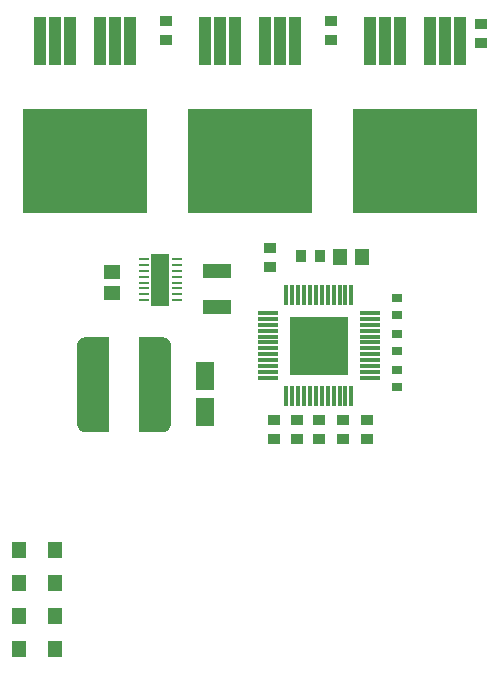
<source format=gtp>
G04 Layer_Color=8421504*
%FSAX24Y24*%
%MOIN*%
G70*
G01*
G75*
%ADD10R,0.0480X0.0560*%
%ADD11R,0.0925X0.0512*%
G04:AMPARAMS|DCode=12|XSize=106.3mil|YSize=315mil|CornerRadius=53.2mil|HoleSize=0mil|Usage=FLASHONLY|Rotation=0.000|XOffset=0mil|YOffset=0mil|HoleType=Round|Shape=RoundedRectangle|*
%AMROUNDEDRECTD12*
21,1,0.1063,0.2087,0,0,0.0*
21,1,0.0000,0.3150,0,0,0.0*
1,1,0.1063,0.0000,-0.1043*
1,1,0.1063,0.0000,-0.1043*
1,1,0.1063,0.0000,0.1043*
1,1,0.1063,0.0000,0.1043*
%
%ADD12ROUNDEDRECTD12*%
%ADD13R,0.0394X0.0354*%
%ADD14R,0.1969X0.1969*%
%ADD15R,0.0669X0.0118*%
%ADD16R,0.0118X0.0669*%
%ADD17R,0.0610X0.0945*%
%ADD18R,0.0571X0.0453*%
%ADD19R,0.0354X0.0098*%
%ADD20R,0.0587X0.1732*%
%ADD21R,0.0354X0.0394*%
%ADD22R,0.0453X0.0571*%
%ADD23R,0.4173X0.3465*%
%ADD24R,0.0413X0.1634*%
%ADD25R,0.0354X0.0276*%
G36*
X057357Y027267D02*
X057428Y027237D01*
X057490Y027190D01*
X057537Y027128D01*
X057567Y027057D01*
X057575Y026999D01*
Y026980D01*
Y024420D01*
Y024401D01*
X057567Y024343D01*
X057537Y024272D01*
X057490Y024210D01*
X057428Y024163D01*
X057357Y024133D01*
X057299Y024125D01*
X056512D01*
Y027275D01*
X057299D01*
X057357Y027267D01*
D02*
G37*
G36*
X055488Y024125D02*
X054701D01*
X054643Y024133D01*
X054572Y024163D01*
X054510Y024210D01*
X054463Y024272D01*
X054433Y024343D01*
X054425Y024401D01*
Y024420D01*
Y026980D01*
Y026999D01*
X054433Y027057D01*
X054463Y027128D01*
X054510Y027190D01*
X054572Y027237D01*
X054643Y027267D01*
X054701Y027275D01*
X054720Y027275D01*
Y027275D01*
X055488D01*
Y024125D01*
D02*
G37*
D10*
X053691Y016900D02*
D03*
X052500D02*
D03*
X053691Y018000D02*
D03*
X052500D02*
D03*
X053691Y020200D02*
D03*
X052500D02*
D03*
X053691Y019100D02*
D03*
X052500D02*
D03*
D11*
X059100Y028296D02*
D03*
Y029496D02*
D03*
D12*
X057043Y025700D02*
D03*
X054957D02*
D03*
D13*
X063300Y024515D02*
D03*
Y023885D02*
D03*
X062500Y024515D02*
D03*
Y023885D02*
D03*
X060850Y030265D02*
D03*
Y029635D02*
D03*
X057400Y037815D02*
D03*
Y037185D02*
D03*
X062900Y037815D02*
D03*
Y037185D02*
D03*
X067900Y037715D02*
D03*
Y037085D02*
D03*
X061000Y024515D02*
D03*
Y023885D02*
D03*
X061750Y024515D02*
D03*
Y023885D02*
D03*
X064100Y024515D02*
D03*
Y023885D02*
D03*
D14*
X062500Y027000D02*
D03*
D15*
X060800Y028089D02*
D03*
Y027893D02*
D03*
Y027696D02*
D03*
Y027499D02*
D03*
Y027302D02*
D03*
Y027105D02*
D03*
Y026908D02*
D03*
Y026711D02*
D03*
Y026515D02*
D03*
Y026318D02*
D03*
Y026121D02*
D03*
Y025924D02*
D03*
X064186D02*
D03*
Y026121D02*
D03*
Y026318D02*
D03*
Y026515D02*
D03*
Y026711D02*
D03*
Y026908D02*
D03*
Y027105D02*
D03*
Y027302D02*
D03*
Y027499D02*
D03*
Y027696D02*
D03*
Y027893D02*
D03*
Y028089D02*
D03*
D16*
X061410Y025314D02*
D03*
X061607D02*
D03*
X061804D02*
D03*
X062001D02*
D03*
X062198D02*
D03*
X062394D02*
D03*
X062591D02*
D03*
X062788D02*
D03*
X062985D02*
D03*
X063182D02*
D03*
X063379D02*
D03*
X063576D02*
D03*
Y028700D02*
D03*
X063379D02*
D03*
X063182D02*
D03*
X062985D02*
D03*
X062788D02*
D03*
X062591D02*
D03*
X062394D02*
D03*
X062198D02*
D03*
X062001D02*
D03*
X061804D02*
D03*
X061607D02*
D03*
X061410D02*
D03*
D17*
X058700Y024800D02*
D03*
Y026000D02*
D03*
D18*
X055600Y029454D02*
D03*
Y028746D02*
D03*
D19*
X056651Y029889D02*
D03*
Y029692D02*
D03*
Y029495D02*
D03*
Y029298D02*
D03*
Y029102D02*
D03*
Y028905D02*
D03*
Y028708D02*
D03*
Y028511D02*
D03*
X057749Y029889D02*
D03*
Y029692D02*
D03*
Y029495D02*
D03*
Y029298D02*
D03*
Y029102D02*
D03*
Y028905D02*
D03*
Y028708D02*
D03*
Y028511D02*
D03*
D20*
X057200Y029200D02*
D03*
D21*
X062515Y030000D02*
D03*
X061885D02*
D03*
D22*
X063915Y029962D02*
D03*
X063206D02*
D03*
D23*
X054700Y033145D02*
D03*
X065700D02*
D03*
X060200D02*
D03*
D24*
X053200Y037161D02*
D03*
X053700D02*
D03*
X054200D02*
D03*
X055200D02*
D03*
X055700D02*
D03*
X056200D02*
D03*
X064200D02*
D03*
X064700D02*
D03*
X065200D02*
D03*
X066200D02*
D03*
X066700D02*
D03*
X067200D02*
D03*
X058700D02*
D03*
X059200D02*
D03*
X059700D02*
D03*
X060700D02*
D03*
X061200D02*
D03*
X061700D02*
D03*
D25*
X065100Y025624D02*
D03*
Y026176D02*
D03*
Y026824D02*
D03*
Y027376D02*
D03*
Y028024D02*
D03*
Y028576D02*
D03*
M02*

</source>
